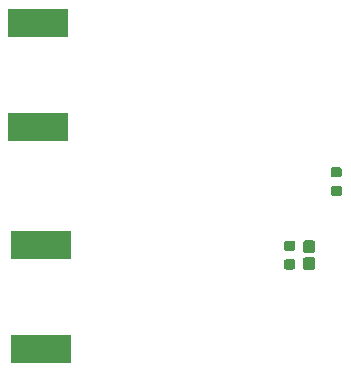
<source format=gbr>
G04 #@! TF.GenerationSoftware,KiCad,Pcbnew,(6.0.0-rc1-dev-1233-g630baa372)*
G04 #@! TF.CreationDate,2018-11-22T01:35:06+01:00*
G04 #@! TF.ProjectId,sdi-devboard,7364692d-6465-4766-926f-6172642e6b69,rev?*
G04 #@! TF.SameCoordinates,Original*
G04 #@! TF.FileFunction,Paste,Bot*
G04 #@! TF.FilePolarity,Positive*
%FSLAX46Y46*%
G04 Gerber Fmt 4.6, Leading zero omitted, Abs format (unit mm)*
G04 Created by KiCad (PCBNEW (6.0.0-rc1-dev-1233-g630baa372)) date Thu 22 Nov 2018 01:35:06 AM CET*
%MOMM*%
%LPD*%
G01*
G04 APERTURE LIST*
%ADD10R,5.080000X2.420000*%
%ADD11C,0.100000*%
%ADD12C,0.875000*%
%ADD13C,1.050000*%
G04 APERTURE END LIST*
D10*
G04 #@! TO.C,J1*
X129090000Y-82612000D03*
X129090000Y-73852000D03*
G04 #@! TD*
G04 #@! TO.C,J2*
X129286000Y-101408000D03*
X129286000Y-92648000D03*
G04 #@! TD*
D11*
G04 #@! TO.C,C5*
G36*
X154582691Y-86025053D02*
X154603926Y-86028203D01*
X154624750Y-86033419D01*
X154644962Y-86040651D01*
X154664368Y-86049830D01*
X154682781Y-86060866D01*
X154700024Y-86073654D01*
X154715930Y-86088070D01*
X154730346Y-86103976D01*
X154743134Y-86121219D01*
X154754170Y-86139632D01*
X154763349Y-86159038D01*
X154770581Y-86179250D01*
X154775797Y-86200074D01*
X154778947Y-86221309D01*
X154780000Y-86242750D01*
X154780000Y-86680250D01*
X154778947Y-86701691D01*
X154775797Y-86722926D01*
X154770581Y-86743750D01*
X154763349Y-86763962D01*
X154754170Y-86783368D01*
X154743134Y-86801781D01*
X154730346Y-86819024D01*
X154715930Y-86834930D01*
X154700024Y-86849346D01*
X154682781Y-86862134D01*
X154664368Y-86873170D01*
X154644962Y-86882349D01*
X154624750Y-86889581D01*
X154603926Y-86894797D01*
X154582691Y-86897947D01*
X154561250Y-86899000D01*
X154048750Y-86899000D01*
X154027309Y-86897947D01*
X154006074Y-86894797D01*
X153985250Y-86889581D01*
X153965038Y-86882349D01*
X153945632Y-86873170D01*
X153927219Y-86862134D01*
X153909976Y-86849346D01*
X153894070Y-86834930D01*
X153879654Y-86819024D01*
X153866866Y-86801781D01*
X153855830Y-86783368D01*
X153846651Y-86763962D01*
X153839419Y-86743750D01*
X153834203Y-86722926D01*
X153831053Y-86701691D01*
X153830000Y-86680250D01*
X153830000Y-86242750D01*
X153831053Y-86221309D01*
X153834203Y-86200074D01*
X153839419Y-86179250D01*
X153846651Y-86159038D01*
X153855830Y-86139632D01*
X153866866Y-86121219D01*
X153879654Y-86103976D01*
X153894070Y-86088070D01*
X153909976Y-86073654D01*
X153927219Y-86060866D01*
X153945632Y-86049830D01*
X153965038Y-86040651D01*
X153985250Y-86033419D01*
X154006074Y-86028203D01*
X154027309Y-86025053D01*
X154048750Y-86024000D01*
X154561250Y-86024000D01*
X154582691Y-86025053D01*
X154582691Y-86025053D01*
G37*
D12*
X154305000Y-86461500D03*
D11*
G36*
X154582691Y-87600053D02*
X154603926Y-87603203D01*
X154624750Y-87608419D01*
X154644962Y-87615651D01*
X154664368Y-87624830D01*
X154682781Y-87635866D01*
X154700024Y-87648654D01*
X154715930Y-87663070D01*
X154730346Y-87678976D01*
X154743134Y-87696219D01*
X154754170Y-87714632D01*
X154763349Y-87734038D01*
X154770581Y-87754250D01*
X154775797Y-87775074D01*
X154778947Y-87796309D01*
X154780000Y-87817750D01*
X154780000Y-88255250D01*
X154778947Y-88276691D01*
X154775797Y-88297926D01*
X154770581Y-88318750D01*
X154763349Y-88338962D01*
X154754170Y-88358368D01*
X154743134Y-88376781D01*
X154730346Y-88394024D01*
X154715930Y-88409930D01*
X154700024Y-88424346D01*
X154682781Y-88437134D01*
X154664368Y-88448170D01*
X154644962Y-88457349D01*
X154624750Y-88464581D01*
X154603926Y-88469797D01*
X154582691Y-88472947D01*
X154561250Y-88474000D01*
X154048750Y-88474000D01*
X154027309Y-88472947D01*
X154006074Y-88469797D01*
X153985250Y-88464581D01*
X153965038Y-88457349D01*
X153945632Y-88448170D01*
X153927219Y-88437134D01*
X153909976Y-88424346D01*
X153894070Y-88409930D01*
X153879654Y-88394024D01*
X153866866Y-88376781D01*
X153855830Y-88358368D01*
X153846651Y-88338962D01*
X153839419Y-88318750D01*
X153834203Y-88297926D01*
X153831053Y-88276691D01*
X153830000Y-88255250D01*
X153830000Y-87817750D01*
X153831053Y-87796309D01*
X153834203Y-87775074D01*
X153839419Y-87754250D01*
X153846651Y-87734038D01*
X153855830Y-87714632D01*
X153866866Y-87696219D01*
X153879654Y-87678976D01*
X153894070Y-87663070D01*
X153909976Y-87648654D01*
X153927219Y-87635866D01*
X153945632Y-87624830D01*
X153965038Y-87615651D01*
X153985250Y-87608419D01*
X154006074Y-87603203D01*
X154027309Y-87600053D01*
X154048750Y-87599000D01*
X154561250Y-87599000D01*
X154582691Y-87600053D01*
X154582691Y-87600053D01*
G37*
D12*
X154305000Y-88036500D03*
G04 #@! TD*
D11*
G04 #@! TO.C,C2*
G36*
X150645691Y-93823053D02*
X150666926Y-93826203D01*
X150687750Y-93831419D01*
X150707962Y-93838651D01*
X150727368Y-93847830D01*
X150745781Y-93858866D01*
X150763024Y-93871654D01*
X150778930Y-93886070D01*
X150793346Y-93901976D01*
X150806134Y-93919219D01*
X150817170Y-93937632D01*
X150826349Y-93957038D01*
X150833581Y-93977250D01*
X150838797Y-93998074D01*
X150841947Y-94019309D01*
X150843000Y-94040750D01*
X150843000Y-94478250D01*
X150841947Y-94499691D01*
X150838797Y-94520926D01*
X150833581Y-94541750D01*
X150826349Y-94561962D01*
X150817170Y-94581368D01*
X150806134Y-94599781D01*
X150793346Y-94617024D01*
X150778930Y-94632930D01*
X150763024Y-94647346D01*
X150745781Y-94660134D01*
X150727368Y-94671170D01*
X150707962Y-94680349D01*
X150687750Y-94687581D01*
X150666926Y-94692797D01*
X150645691Y-94695947D01*
X150624250Y-94697000D01*
X150111750Y-94697000D01*
X150090309Y-94695947D01*
X150069074Y-94692797D01*
X150048250Y-94687581D01*
X150028038Y-94680349D01*
X150008632Y-94671170D01*
X149990219Y-94660134D01*
X149972976Y-94647346D01*
X149957070Y-94632930D01*
X149942654Y-94617024D01*
X149929866Y-94599781D01*
X149918830Y-94581368D01*
X149909651Y-94561962D01*
X149902419Y-94541750D01*
X149897203Y-94520926D01*
X149894053Y-94499691D01*
X149893000Y-94478250D01*
X149893000Y-94040750D01*
X149894053Y-94019309D01*
X149897203Y-93998074D01*
X149902419Y-93977250D01*
X149909651Y-93957038D01*
X149918830Y-93937632D01*
X149929866Y-93919219D01*
X149942654Y-93901976D01*
X149957070Y-93886070D01*
X149972976Y-93871654D01*
X149990219Y-93858866D01*
X150008632Y-93847830D01*
X150028038Y-93838651D01*
X150048250Y-93831419D01*
X150069074Y-93826203D01*
X150090309Y-93823053D01*
X150111750Y-93822000D01*
X150624250Y-93822000D01*
X150645691Y-93823053D01*
X150645691Y-93823053D01*
G37*
D12*
X150368000Y-94259500D03*
D11*
G36*
X150645691Y-92248053D02*
X150666926Y-92251203D01*
X150687750Y-92256419D01*
X150707962Y-92263651D01*
X150727368Y-92272830D01*
X150745781Y-92283866D01*
X150763024Y-92296654D01*
X150778930Y-92311070D01*
X150793346Y-92326976D01*
X150806134Y-92344219D01*
X150817170Y-92362632D01*
X150826349Y-92382038D01*
X150833581Y-92402250D01*
X150838797Y-92423074D01*
X150841947Y-92444309D01*
X150843000Y-92465750D01*
X150843000Y-92903250D01*
X150841947Y-92924691D01*
X150838797Y-92945926D01*
X150833581Y-92966750D01*
X150826349Y-92986962D01*
X150817170Y-93006368D01*
X150806134Y-93024781D01*
X150793346Y-93042024D01*
X150778930Y-93057930D01*
X150763024Y-93072346D01*
X150745781Y-93085134D01*
X150727368Y-93096170D01*
X150707962Y-93105349D01*
X150687750Y-93112581D01*
X150666926Y-93117797D01*
X150645691Y-93120947D01*
X150624250Y-93122000D01*
X150111750Y-93122000D01*
X150090309Y-93120947D01*
X150069074Y-93117797D01*
X150048250Y-93112581D01*
X150028038Y-93105349D01*
X150008632Y-93096170D01*
X149990219Y-93085134D01*
X149972976Y-93072346D01*
X149957070Y-93057930D01*
X149942654Y-93042024D01*
X149929866Y-93024781D01*
X149918830Y-93006368D01*
X149909651Y-92986962D01*
X149902419Y-92966750D01*
X149897203Y-92945926D01*
X149894053Y-92924691D01*
X149893000Y-92903250D01*
X149893000Y-92465750D01*
X149894053Y-92444309D01*
X149897203Y-92423074D01*
X149902419Y-92402250D01*
X149909651Y-92382038D01*
X149918830Y-92362632D01*
X149929866Y-92344219D01*
X149942654Y-92326976D01*
X149957070Y-92311070D01*
X149972976Y-92296654D01*
X149990219Y-92283866D01*
X150008632Y-92272830D01*
X150028038Y-92263651D01*
X150048250Y-92256419D01*
X150069074Y-92251203D01*
X150090309Y-92248053D01*
X150111750Y-92247000D01*
X150624250Y-92247000D01*
X150645691Y-92248053D01*
X150645691Y-92248053D01*
G37*
D12*
X150368000Y-92684500D03*
G04 #@! TD*
D11*
G04 #@! TO.C,C1*
G36*
X152318505Y-93648204D02*
X152342773Y-93651804D01*
X152366572Y-93657765D01*
X152389671Y-93666030D01*
X152411850Y-93676520D01*
X152432893Y-93689132D01*
X152452599Y-93703747D01*
X152470777Y-93720223D01*
X152487253Y-93738401D01*
X152501868Y-93758107D01*
X152514480Y-93779150D01*
X152524970Y-93801329D01*
X152533235Y-93824428D01*
X152539196Y-93848227D01*
X152542796Y-93872495D01*
X152544000Y-93896999D01*
X152544000Y-94472001D01*
X152542796Y-94496505D01*
X152539196Y-94520773D01*
X152533235Y-94544572D01*
X152524970Y-94567671D01*
X152514480Y-94589850D01*
X152501868Y-94610893D01*
X152487253Y-94630599D01*
X152470777Y-94648777D01*
X152452599Y-94665253D01*
X152432893Y-94679868D01*
X152411850Y-94692480D01*
X152389671Y-94702970D01*
X152366572Y-94711235D01*
X152342773Y-94717196D01*
X152318505Y-94720796D01*
X152294001Y-94722000D01*
X151743999Y-94722000D01*
X151719495Y-94720796D01*
X151695227Y-94717196D01*
X151671428Y-94711235D01*
X151648329Y-94702970D01*
X151626150Y-94692480D01*
X151605107Y-94679868D01*
X151585401Y-94665253D01*
X151567223Y-94648777D01*
X151550747Y-94630599D01*
X151536132Y-94610893D01*
X151523520Y-94589850D01*
X151513030Y-94567671D01*
X151504765Y-94544572D01*
X151498804Y-94520773D01*
X151495204Y-94496505D01*
X151494000Y-94472001D01*
X151494000Y-93896999D01*
X151495204Y-93872495D01*
X151498804Y-93848227D01*
X151504765Y-93824428D01*
X151513030Y-93801329D01*
X151523520Y-93779150D01*
X151536132Y-93758107D01*
X151550747Y-93738401D01*
X151567223Y-93720223D01*
X151585401Y-93703747D01*
X151605107Y-93689132D01*
X151626150Y-93676520D01*
X151648329Y-93666030D01*
X151671428Y-93657765D01*
X151695227Y-93651804D01*
X151719495Y-93648204D01*
X151743999Y-93647000D01*
X152294001Y-93647000D01*
X152318505Y-93648204D01*
X152318505Y-93648204D01*
G37*
D13*
X152019000Y-94184500D03*
D11*
G36*
X152318505Y-92223204D02*
X152342773Y-92226804D01*
X152366572Y-92232765D01*
X152389671Y-92241030D01*
X152411850Y-92251520D01*
X152432893Y-92264132D01*
X152452599Y-92278747D01*
X152470777Y-92295223D01*
X152487253Y-92313401D01*
X152501868Y-92333107D01*
X152514480Y-92354150D01*
X152524970Y-92376329D01*
X152533235Y-92399428D01*
X152539196Y-92423227D01*
X152542796Y-92447495D01*
X152544000Y-92471999D01*
X152544000Y-93047001D01*
X152542796Y-93071505D01*
X152539196Y-93095773D01*
X152533235Y-93119572D01*
X152524970Y-93142671D01*
X152514480Y-93164850D01*
X152501868Y-93185893D01*
X152487253Y-93205599D01*
X152470777Y-93223777D01*
X152452599Y-93240253D01*
X152432893Y-93254868D01*
X152411850Y-93267480D01*
X152389671Y-93277970D01*
X152366572Y-93286235D01*
X152342773Y-93292196D01*
X152318505Y-93295796D01*
X152294001Y-93297000D01*
X151743999Y-93297000D01*
X151719495Y-93295796D01*
X151695227Y-93292196D01*
X151671428Y-93286235D01*
X151648329Y-93277970D01*
X151626150Y-93267480D01*
X151605107Y-93254868D01*
X151585401Y-93240253D01*
X151567223Y-93223777D01*
X151550747Y-93205599D01*
X151536132Y-93185893D01*
X151523520Y-93164850D01*
X151513030Y-93142671D01*
X151504765Y-93119572D01*
X151498804Y-93095773D01*
X151495204Y-93071505D01*
X151494000Y-93047001D01*
X151494000Y-92471999D01*
X151495204Y-92447495D01*
X151498804Y-92423227D01*
X151504765Y-92399428D01*
X151513030Y-92376329D01*
X151523520Y-92354150D01*
X151536132Y-92333107D01*
X151550747Y-92313401D01*
X151567223Y-92295223D01*
X151585401Y-92278747D01*
X151605107Y-92264132D01*
X151626150Y-92251520D01*
X151648329Y-92241030D01*
X151671428Y-92232765D01*
X151695227Y-92226804D01*
X151719495Y-92223204D01*
X151743999Y-92222000D01*
X152294001Y-92222000D01*
X152318505Y-92223204D01*
X152318505Y-92223204D01*
G37*
D13*
X152019000Y-92759500D03*
G04 #@! TD*
M02*

</source>
